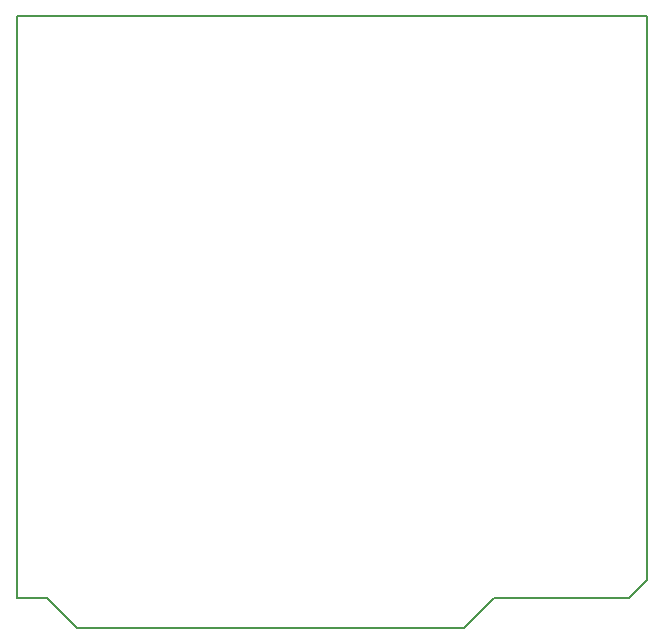
<source format=gm1>
G04 #@! TF.GenerationSoftware,KiCad,Pcbnew,6.0.2-378541a8eb~116~ubuntu18.04.1*
G04 #@! TF.CreationDate,2022-02-21T15:39:08+08:00*
G04 #@! TF.ProjectId,arduino_can_bus_shield,61726475-696e-46f5-9f63-616e5f627573,rev?*
G04 #@! TF.SameCoordinates,Original*
G04 #@! TF.FileFunction,Profile,NP*
%FSLAX46Y46*%
G04 Gerber Fmt 4.6, Leading zero omitted, Abs format (unit mm)*
G04 Created by KiCad (PCBNEW 6.0.2-378541a8eb~116~ubuntu18.04.1) date 2022-02-21 15:39:08*
%MOMM*%
%LPD*%
G01*
G04 APERTURE LIST*
G04 #@! TA.AperFunction,Profile*
%ADD10C,0.150000*%
G04 #@! TD*
G04 APERTURE END LIST*
D10*
X149098000Y-128651000D02*
X151638000Y-126111000D01*
X111252000Y-126111000D02*
X113792000Y-126111000D01*
X164592000Y-76835000D02*
X164592000Y-124587000D01*
X163068000Y-126111000D02*
X164592000Y-124587000D01*
X113792000Y-126111000D02*
X116332000Y-128651000D01*
X164592000Y-76835000D02*
X111252000Y-76835000D01*
X116332000Y-128651000D02*
X149098000Y-128651000D01*
X111252000Y-76835000D02*
X111252000Y-126111000D01*
X151638000Y-126111000D02*
X163068000Y-126111000D01*
M02*

</source>
